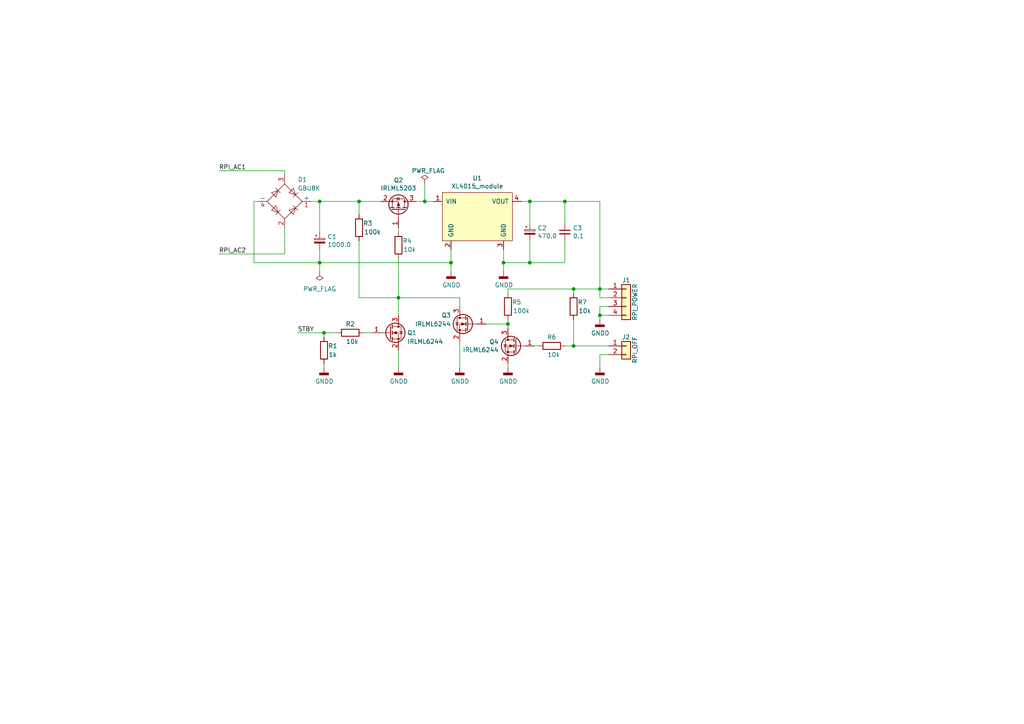
<source format=kicad_sch>
(kicad_sch (version 20230121) (generator eeschema)
  (paper "A4")
  (lib_symbols
    (symbol "Connector_Generic:Conn_01x02" (pin_names (offset 1.016) hide)
      (property "Reference" "J" (at 0 2.54 0))
      (property "Value" "Conn_01x02" (at 0 -5.08 0))
      (symbol "Conn_01x02_1_1"
        (rectangle (start -1.27 -2.413) (end 0 -2.667) (stroke (width 0.1524)))
        (rectangle (start -1.27 0.127) (end 0 -0.127) (stroke (width 0.1524)))
        (rectangle (start -1.27 1.27) (end 1.27 -3.81) (stroke (width 0.254)) (fill (type background)))
        (pin passive line (at -5.08 0 0) (length 3.81) (name "Pin_1") (number "1"))
        (pin passive line (at -5.08 -2.54 0) (length 3.81) (name "Pin_2") (number "2"))
      )
    )
    (symbol "Connector_Generic:Conn_01x04" (pin_names (offset 1.016) hide)
      (property "Reference" "J" (at 0 5.08 0))
      (property "Value" "Conn_01x04" (at 0 -7.62 0))
      (symbol "Conn_01x04_1_1"
        (rectangle (start -1.27 -4.953) (end 0 -5.207) (stroke (width 0.1524)))
        (rectangle (start -1.27 -2.413) (end 0 -2.667) (stroke (width 0.1524)))
        (rectangle (start -1.27 0.127) (end 0 -0.127) (stroke (width 0.1524)))
        (rectangle (start -1.27 2.667) (end 0 2.413) (stroke (width 0.1524)))
        (rectangle (start -1.27 3.81) (end 1.27 -6.35) (stroke (width 0.254)) (fill (type background)))
        (pin passive line (at -5.08 2.54 0) (length 3.81) (name "Pin_1") (number "1"))
        (pin passive line (at -5.08 0 0) (length 3.81) (name "Pin_2") (number "2"))
        (pin passive line (at -5.08 -2.54 0) (length 3.81) (name "Pin_3") (number "3"))
        (pin passive line (at -5.08 -5.08 0) (length 3.81) (name "Pin_4") (number "4"))
      )
    )
    (symbol "Device:C_Polarized_Small" (pin_numbers hide) (pin_names (offset 0.254) hide)
      (property "Reference" "C" (at 0.254 1.778 0))
      (property "Value" "C_Polarized_Small" (at 0.254 -2.032 0))
      (symbol "C_Polarized_Small_0_1"
        (rectangle (start -1.524 -0.3048) (end 1.524 -0.6858) (fill (type outline)))
        (rectangle (start -1.524 0.6858) (end 1.524 0.3048))
        (polyline (pts (xy -1.27 1.524) (xy -0.762 1.524)))
        (polyline (pts (xy -1.016 1.27) (xy -1.016 1.778)))
      )
      (symbol "C_Polarized_Small_1_1"
        (pin passive line (at 0 2.54 270) (length 1.8542) (name "~") (number "1"))
        (pin passive line (at 0 -2.54 90) (length 1.8542) (name "~") (number "2"))
      )
    )
    (symbol "Device:C_Small" (pin_numbers hide) (pin_names (offset 0.254) hide)
      (property "Reference" "C" (at 0.254 1.778 0))
      (property "Value" "C_Small" (at 0.254 -2.032 0))
      (symbol "C_Small_0_1"
        (polyline (pts (xy -1.524 -0.508) (xy 1.524 -0.508)) (stroke (width 0.3302)))
        (polyline (pts (xy -1.524 0.508) (xy 1.524 0.508)) (stroke (width 0.3048)))
      )
      (symbol "C_Small_1_1"
        (pin passive line (at 0 2.54 270) (length 2.032) (name "~") (number "1"))
        (pin passive line (at 0 -2.54 90) (length 2.032) (name "~") (number "2"))
      )
    )
    (symbol "Device:R" (pin_numbers hide) (pin_names (offset 0))
      (property "Reference" "R" (at 2.032 0 90))
      (property "Value" "R" (at 0 0 90))
      (symbol "R_0_1"
        (rectangle (start -1.016 -2.54) (end 1.016 2.54) (stroke (width 0.254)))
      )
      (symbol "R_1_1"
        (pin passive line (at 0 3.81 270) (length 1.27) (name "~") (number "1"))
        (pin passive line (at 0 -3.81 90) (length 1.27) (name "~") (number "2"))
      )
    )
    (symbol "Diode_Bridge:GBU8K" (pin_names (offset 0))
      (property "Reference" "D" (at 2.54 6.985 0))
      (property "Value" "GBU8K" (at 2.54 5.08 0))
      (symbol "GBU8K_0_1"
        (polyline (pts (xy -2.54 3.81) (xy -1.27 2.54)))
        (polyline (pts (xy -1.27 -2.54) (xy -2.54 -3.81)))
        (polyline (pts (xy 2.54 -1.27) (xy 3.81 -2.54)))
        (polyline (pts (xy 2.54 1.27) (xy 3.81 2.54)))
        (polyline (pts (xy -3.81 2.54) (xy -2.54 1.27) (xy -1.905 3.175) (xy -3.81 2.54)))
        (polyline (pts (xy -2.54 -1.27) (xy -3.81 -2.54) (xy -1.905 -3.175) (xy -2.54 -1.27)))
        (polyline (pts (xy 1.27 2.54) (xy 2.54 3.81) (xy 3.175 1.905) (xy 1.27 2.54)))
        (polyline (pts (xy 3.175 -1.905) (xy 1.27 -2.54) (xy 2.54 -3.81) (xy 3.175 -1.905)))
        (polyline (pts (xy -5.08 0) (xy 0 -5.08) (xy 5.08 0) (xy 0 5.08) (xy -5.08 0)))
      )
      (symbol "GBU8K_1_1"
        (pin passive line (at 7.62 0 180) (length 2.54) (name "+") (number "1"))
        (pin passive line (at 0 -7.62 90) (length 2.54) (name "~") (number "2"))
        (pin passive line (at 0 7.62 270) (length 2.54) (name "~") (number "3"))
        (pin passive line (at -7.62 0 0) (length 2.54) (name "-") (number "4"))
      )
    )
    (symbol "Transistor_FET:IRLML0030" (pin_names hide)
      (property "Reference" "Q" (at 5.08 1.905 0))
      (property "Value" "IRLML0030" (at 5.08 0 0))
      (symbol "IRLML0030_0_1"
        (polyline (pts (xy 0.254 0) (xy -2.54 0)))
        (polyline (pts (xy 0.254 1.905) (xy 0.254 -1.905)) (stroke (width 0.254)))
        (polyline (pts (xy 0.762 -1.27) (xy 0.762 -2.286)) (stroke (width 0.254)))
        (polyline (pts (xy 0.762 0.508) (xy 0.762 -0.508)) (stroke (width 0.254)))
        (polyline (pts (xy 0.762 2.286) (xy 0.762 1.27)) (stroke (width 0.254)))
        (polyline (pts (xy 2.54 2.54) (xy 2.54 1.778)))
        (polyline (pts (xy 2.54 -2.54) (xy 2.54 0) (xy 0.762 0)))
        (polyline (pts (xy 0.762 -1.778) (xy 3.302 -1.778) (xy 3.302 1.778) (xy 0.762 1.778)))
        (polyline (pts (xy 1.016 0) (xy 2.032 0.381) (xy 2.032 -0.381) (xy 1.016 0)) (fill (type outline)))
        (polyline (pts (xy 2.794 0.508) (xy 2.921 0.381) (xy 3.683 0.381) (xy 3.81 0.254)))
        (polyline (pts (xy 3.302 0.381) (xy 2.921 -0.254) (xy 3.683 -0.254) (xy 3.302 0.381)))
        (circle (center 1.651 0) (radius 2.794) (stroke (width 0.254)))
        (circle (center 2.54 -1.778) (radius 0.254) (fill (type outline)))
        (circle (center 2.54 1.778) (radius 0.254) (fill (type outline)))
      )
      (symbol "IRLML0030_1_1"
        (pin input line (at -5.08 0 0) (length 2.54) (name "G") (number "1"))
        (pin passive line (at 2.54 -5.08 90) (length 2.54) (name "S") (number "2"))
        (pin passive line (at 2.54 5.08 270) (length 2.54) (name "D") (number "3"))
      )
    )
    (symbol "Transistor_FET:IRLML5203" (pin_names hide)
      (property "Reference" "Q" (at 5.08 1.905 0))
      (property "Value" "IRLML5203" (at 5.08 0 0))
      (symbol "IRLML5203_0_1"
        (polyline (pts (xy 0.254 0) (xy -2.54 0)))
        (polyline (pts (xy 0.254 1.905) (xy 0.254 -1.905)) (stroke (width 0.254)))
        (polyline (pts (xy 0.762 -1.27) (xy 0.762 -2.286)) (stroke (width 0.254)))
        (polyline (pts (xy 0.762 0.508) (xy 0.762 -0.508)) (stroke (width 0.254)))
        (polyline (pts (xy 0.762 2.286) (xy 0.762 1.27)) (stroke (width 0.254)))
        (polyline (pts (xy 2.54 2.54) (xy 2.54 1.778)))
        (polyline (pts (xy 2.54 -2.54) (xy 2.54 0) (xy 0.762 0)))
        (polyline (pts (xy 0.762 1.778) (xy 3.302 1.778) (xy 3.302 -1.778) (xy 0.762 -1.778)))
        (polyline (pts (xy 2.286 0) (xy 1.27 0.381) (xy 1.27 -0.381) (xy 2.286 0)) (fill (type outline)))
        (polyline (pts (xy 2.794 -0.508) (xy 2.921 -0.381) (xy 3.683 -0.381) (xy 3.81 -0.254)))
        (polyline (pts (xy 3.302 -0.381) (xy 2.921 0.254) (xy 3.683 0.254) (xy 3.302 -0.381)))
        (circle (center 1.651 0) (radius 2.794) (stroke (width 0.254)))
        (circle (center 2.54 -1.778) (radius 0.254) (fill (type outline)))
        (circle (center 2.54 1.778) (radius 0.254) (fill (type outline)))
      )
      (symbol "IRLML5203_1_1"
        (pin input line (at -5.08 0 0) (length 2.54) (name "G") (number "1"))
        (pin passive line (at 2.54 -5.08 90) (length 2.54) (name "S") (number "2"))
        (pin passive line (at 2.54 5.08 270) (length 2.54) (name "D") (number "3"))
      )
    )
    (symbol "ampcontrol-f103:XL4015_module" (pin_names (offset 1.016))
      (property "Reference" "U" (at -8.89 10.16 0))
      (property "Value" "XL4015_module" (at 0 1.27 0))
      (symbol "XL4015_module_0_1"
        (rectangle (start -10.16 8.89) (end 10.16 -5.08) (fill (type background)))
      )
      (symbol "XL4015_module_1_1"
        (pin power_in line (at -12.7 6.35 0) (length 2.54) (name "VIN") (number "1"))
        (pin power_in line (at -7.62 -7.62 90) (length 2.54) (name "GND") (number "2"))
        (pin power_in line (at 7.62 -7.62 90) (length 2.54) (name "GND") (number "3"))
        (pin power_out line (at 12.7 6.35 180) (length 2.54) (name "VOUT") (number "4"))
      )
    )
    (symbol "power:GNDD" (power) (pin_names (offset 0))
      (property "Value" "GNDD" (at 0 -3.175 0))
      (symbol "GNDD_0_1"
        (rectangle (start -1.27 -1.524) (end 1.27 -2.032) (stroke (width 0.254)) (fill (type outline)))
        (polyline (pts (xy 0 0) (xy 0 -1.524)))
      )
      (symbol "GNDD_1_1"
        (pin power_in line (at 0 0 270) (length 0) hide (name "GNDD") (number "1"))
      )
    )
    (symbol "power:PWR_FLAG" (power) (pin_numbers hide) (pin_names (offset 0) hide)
      (property "Value" "PWR_FLAG" (at 0 3.81 0))
      (symbol "PWR_FLAG_0_0"
        (pin power_out line (at 0 0 90) (length 0) (name "pwr") (number "1"))
      )
      (symbol "PWR_FLAG_0_1"
        (polyline (pts (xy 0 0) (xy 0 1.27) (xy -1.016 1.905) (xy 0 2.54) (xy 1.016 1.905) (xy 0 1.27)))
      )
    )
  )
  (junction (at 173.99 91.44))
  (junction (at 147.32 93.98))
  (junction (at 93.98 96.52))
  (junction (at 104.14 58.42))
  (junction (at 163.83 58.42))
  (junction (at 153.67 76.2))
  (junction (at 130.81 76.2))
  (junction (at 123.19 58.42))
  (junction (at 166.37 100.33))
  (junction (at 92.71 58.42))
  (junction (at 153.67 58.42))
  (junction (at 92.71 76.2))
  (junction (at 146.05 76.2))
  (junction (at 115.57 86.36))
  (junction (at 166.37 83.82))
  (junction (at 173.99 83.82))
  (wire (pts (xy 147.32 85.09) (xy 147.32 83.82)))
  (wire (pts (xy 176.53 102.87) (xy 173.99 102.87)))
  (wire (pts (xy 176.53 91.44) (xy 173.99 91.44)))
  (wire (pts (xy 140.97 93.98) (xy 147.32 93.98)))
  (wire (pts (xy 147.32 83.82) (xy 166.37 83.82)))
  (wire (pts (xy 120.65 58.42) (xy 123.19 58.42)))
  (wire (pts (xy 130.81 72.39) (xy 130.81 76.2)))
  (wire (pts (xy 92.71 72.39) (xy 92.71 76.2)))
  (wire (pts (xy 146.05 76.2) (xy 146.05 72.39)))
  (wire (pts (xy 163.83 58.42) (xy 173.99 58.42)))
  (wire (pts (xy 173.99 102.87) (xy 173.99 106.68)))
  (wire (pts (xy 123.19 58.42) (xy 125.73 58.42)))
  (wire (pts (xy 173.99 91.44) (xy 173.99 92.71)))
  (wire (pts (xy 104.14 62.23) (xy 104.14 58.42)))
  (wire (pts (xy 173.99 86.36) (xy 173.99 83.82)))
  (wire (pts (xy 93.98 96.52) (xy 97.79 96.52)))
  (wire (pts (xy 166.37 83.82) (xy 173.99 83.82)))
  (wire (pts (xy 115.57 106.68) (xy 115.57 101.6)))
  (wire (pts (xy 73.66 58.42) (xy 74.93 58.42)))
  (wire (pts (xy 133.35 86.36) (xy 133.35 88.9)))
  (wire (pts (xy 93.98 96.52) (xy 86.36 96.52)))
  (wire (pts (xy 146.05 78.74) (xy 146.05 76.2)))
  (wire (pts (xy 93.98 97.79) (xy 93.98 96.52)))
  (wire (pts (xy 104.14 69.85) (xy 104.14 86.36)))
  (wire (pts (xy 90.17 58.42) (xy 92.71 58.42)))
  (wire (pts (xy 176.53 100.33) (xy 166.37 100.33)))
  (wire (pts (xy 153.67 58.42) (xy 153.67 64.77)))
  (wire (pts (xy 92.71 78.74) (xy 92.71 76.2)))
  (wire (pts (xy 133.35 106.68) (xy 133.35 99.06)))
  (wire (pts (xy 133.35 86.36) (xy 115.57 86.36)))
  (wire (pts (xy 123.19 53.34) (xy 123.19 58.42)))
  (wire (pts (xy 104.14 86.36) (xy 115.57 86.36)))
  (wire (pts (xy 92.71 58.42) (xy 92.71 67.31)))
  (wire (pts (xy 115.57 86.36) (xy 115.57 91.44)))
  (wire (pts (xy 92.71 58.42) (xy 104.14 58.42)))
  (wire (pts (xy 105.41 96.52) (xy 107.95 96.52)))
  (wire (pts (xy 130.81 78.74) (xy 130.81 76.2)))
  (wire (pts (xy 73.66 58.42) (xy 73.66 76.2)))
  (wire (pts (xy 151.13 58.42) (xy 153.67 58.42)))
  (wire (pts (xy 115.57 67.31) (xy 115.57 66.04)))
  (wire (pts (xy 115.57 86.36) (xy 115.57 74.93)))
  (wire (pts (xy 176.53 86.36) (xy 173.99 86.36)))
  (wire (pts (xy 82.55 66.04) (xy 82.55 73.66)))
  (wire (pts (xy 173.99 58.42) (xy 173.99 83.82)))
  (wire (pts (xy 154.94 100.33) (xy 156.21 100.33)))
  (wire (pts (xy 153.67 76.2) (xy 163.83 76.2)))
  (wire (pts (xy 166.37 85.09) (xy 166.37 83.82)))
  (wire (pts (xy 110.49 58.42) (xy 104.14 58.42)))
  (wire (pts (xy 166.37 92.71) (xy 166.37 100.33)))
  (wire (pts (xy 73.66 76.2) (xy 92.71 76.2)))
  (wire (pts (xy 163.83 100.33) (xy 166.37 100.33)))
  (wire (pts (xy 173.99 88.9) (xy 173.99 91.44)))
  (wire (pts (xy 93.98 106.68) (xy 93.98 105.41)))
  (wire (pts (xy 147.32 106.68) (xy 147.32 105.41)))
  (wire (pts (xy 163.83 58.42) (xy 163.83 64.77)))
  (wire (pts (xy 176.53 88.9) (xy 173.99 88.9)))
  (wire (pts (xy 147.32 93.98) (xy 147.32 95.25)))
  (wire (pts (xy 163.83 69.85) (xy 163.83 76.2)))
  (wire (pts (xy 82.55 73.66) (xy 63.5 73.66)))
  (wire (pts (xy 92.71 76.2) (xy 130.81 76.2)))
  (wire (pts (xy 146.05 76.2) (xy 153.67 76.2)))
  (wire (pts (xy 82.55 49.53) (xy 63.5 49.53)))
  (wire (pts (xy 153.67 69.85) (xy 153.67 76.2)))
  (wire (pts (xy 176.53 83.82) (xy 173.99 83.82)))
  (wire (pts (xy 82.55 50.8) (xy 82.55 49.53)))
  (wire (pts (xy 147.32 92.71) (xy 147.32 93.98)))
  (wire (pts (xy 153.67 58.42) (xy 163.83 58.42)))
  (label "RPI_AC2" (at 63.5 73.66 0))
  (label "STBY" (at 86.36 96.52 0))
  (label "RPI_AC1" (at 63.5 49.53 0))
  (symbol (lib_id "Connector_Generic:Conn_01x04") (at 181.61 86.36 0) (unit 1)
    (property "Reference" "J1" (at 181.61 81.28 0))
    (property "Value" "RPI_POWER" (at 184.15 87.63 90))
    (property "Footprint" "Connector_JST:JST_EH_B4B-EH-A_1x04_P2.50mm_Vertical" (effects hide))
  )
  (symbol (lib_id "power:GNDD") (at 173.99 92.71 0) (unit 1)
    (property "Reference" "#PWR07" (effects hide))
    (property "Value" "GNDD" (at 174.0916 96.647 0))
  )
  (symbol (lib_id "Diode_Bridge:GBU8K") (at 82.55 58.42 0) (unit 1)
    (property "Reference" "D1" (at 86.36 52.07 0) (effects (justify left)))
    (property "Value" "GBU8K" (at 86.36 54.61 0) (effects (justify left)))
    (property "Footprint" "Diode_THT:Diode_Bridge_Vishay_GBU" (effects hide))
    (property "Datasheet" "http://www.vishay.com/docs/88656/gbu8a.pdf" (effects hide))
  )
  (symbol (lib_id "Device:C_Polarized_Small") (at 92.71 69.85 0) (unit 1)
    (property "Reference" "C1" (at 94.9452 68.6816 0) (effects (justify left)))
    (property "Value" "1000.0" (at 94.9452 70.993 0) (effects (justify left)))
    (property "Footprint" "Capacitor_THT:CP_Radial_D10.0mm_P5.00mm_P7.50mm" (effects hide))
  )
  (symbol (lib_id "Device:C_Polarized_Small") (at 153.67 67.31 0) (unit 1)
    (property "Reference" "C2" (at 155.9052 66.1416 0) (effects (justify left)))
    (property "Value" "470.0" (at 155.9052 68.453 0) (effects (justify left)))
    (property "Footprint" "Capacitor_THT:CP_Radial_D10.0mm_P5.00mm" (effects hide))
  )
  (symbol (lib_id "Device:C_Small") (at 163.83 67.31 0) (unit 1)
    (property "Reference" "C3" (at 166.1668 66.1416 0) (effects (justify left)))
    (property "Value" "0.1" (at 166.1668 68.453 0) (effects (justify left)))
    (property "Footprint" "Capacitor_THT:C_Rect_L7.0mm_W3.5mm_P5.00mm" (effects hide))
  )
  (symbol (lib_id "power:GNDD") (at 130.81 78.74 0) (unit 1)
    (property "Reference" "#PWR03" (effects hide))
    (property "Value" "GNDD" (at 130.9116 82.677 0))
  )
  (symbol (lib_id "power:GNDD") (at 146.05 78.74 0) (unit 1)
    (property "Reference" "#PWR05" (effects hide))
    (property "Value" "GNDD" (at 146.1516 82.677 0))
  )
  (symbol (lib_id "ampcontrol-f103:XL4015_module") (at 138.43 64.77 0) (unit 1)
    (property "Reference" "U1" (at 138.43 51.689 0))
    (property "Value" "XL4015_module" (at 138.43 54.0004 0))
  )
  (symbol (lib_id "Transistor_FET:IRLML5203") (at 115.57 60.96 270) (mirror x) (unit 1)
    (property "Reference" "Q2" (at 115.57 52.2732 90))
    (property "Value" "IRLML5203" (at 115.57 54.5846 90))
    (property "Footprint" "Package_TO_SOT_SMD:SOT-23" (effects hide))
    (property "Datasheet" "https://www.infineon.com/dgdl/irlml5203pbf.pdf?fileId=5546d462533600a40153566868da261d" (effects hide))
  )
  (symbol (lib_id "Connector_Generic:Conn_01x02") (at 181.61 100.33 0) (unit 1)
    (property "Reference" "J2" (at 180.34 97.79 0) (effects (justify left)))
    (property "Value" "RPI_OFF" (at 184.15 105.41 90) (effects (justify left)))
  )
  (symbol (lib_id "Device:R") (at 160.02 100.33 270) (unit 1)
    (property "Reference" "R6" (at 160.02 97.79 90))
    (property "Value" "10k" (at 158.75 102.87 90) (effects (justify left)))
    (property "Footprint" "Resistor_SMD:R_1206_3216Metric_Pad1.30x1.75mm_HandSolder" (effects hide))
  )
  (symbol (lib_id "power:GNDD") (at 173.99 106.68 0) (unit 1)
    (property "Reference" "#PWR08" (effects hide))
    (property "Value" "GNDD" (at 174.0916 110.617 0))
  )
  (symbol (lib_id "Device:R") (at 101.6 96.52 270) (unit 1)
    (property "Reference" "R2" (at 101.6 93.98 90))
    (property "Value" "10k" (at 100.33 99.06 90) (effects (justify left)))
    (property "Footprint" "Resistor_SMD:R_1206_3216Metric_Pad1.30x1.75mm_HandSolder" (effects hide))
  )
  (symbol (lib_id "Device:R") (at 104.14 66.04 180) (unit 1)
    (property "Reference" "R3" (at 106.68 64.77 0))
    (property "Value" "100k" (at 110.49 67.31 0) (effects (justify left)))
    (property "Footprint" "Resistor_SMD:R_1206_3216Metric_Pad1.30x1.75mm_HandSolder" (effects hide))
  )
  (symbol (lib_id "Device:R") (at 115.57 71.12 180) (unit 1)
    (property "Reference" "R4" (at 118.11 69.85 0))
    (property "Value" "10k" (at 120.65 72.39 0) (effects (justify left)))
    (property "Footprint" "Resistor_SMD:R_1206_3216Metric_Pad1.30x1.75mm_HandSolder" (effects hide))
  )
  (symbol (lib_id "Transistor_FET:IRLML0030") (at 113.03 96.52 0) (unit 1)
    (property "Reference" "Q1" (at 118.11 96.52 0) (effects (justify left)))
    (property "Value" "IRLML6244" (at 118.11 99.06 0) (effects (justify left)))
    (property "Footprint" "Package_TO_SOT_SMD:SOT-23" (effects hide))
    (property "Datasheet" "https://www.infineon.com/dgdl/irlml0030pbf.pdf?fileId=5546d462533600a401535664773825df" (effects hide))
  )
  (symbol (lib_id "power:GNDD") (at 115.57 106.68 0) (unit 1)
    (property "Reference" "#PWR02" (effects hide))
    (property "Value" "GNDD" (at 115.6716 110.617 0))
  )
  (symbol (lib_id "Device:R") (at 93.98 101.6 180) (unit 1)
    (property "Reference" "R1" (at 96.52 100.33 0))
    (property "Value" "1k" (at 96.52 102.87 0))
    (property "Footprint" "Resistor_SMD:R_1206_3216Metric_Pad1.30x1.75mm_HandSolder" (effects hide))
  )
  (symbol (lib_id "power:GNDD") (at 93.98 106.68 0) (unit 1)
    (property "Reference" "#PWR01" (effects hide))
    (property "Value" "GNDD" (at 94.0816 110.617 0))
  )
  (symbol (lib_id "Transistor_FET:IRLML0030") (at 135.89 93.98 0) (mirror y) (unit 1)
    (property "Reference" "Q3" (at 130.81 91.44 0) (effects (justify left)))
    (property "Value" "IRLML6244" (at 130.81 93.98 0) (effects (justify left)))
    (property "Footprint" "Package_TO_SOT_SMD:SOT-23" (effects hide))
    (property "Datasheet" "https://www.infineon.com/dgdl/irlml0030pbf.pdf?fileId=5546d462533600a401535664773825df" (effects hide))
  )
  (symbol (lib_id "power:GNDD") (at 133.35 106.68 0) (unit 1)
    (property "Reference" "#PWR04" (effects hide))
    (property "Value" "GNDD" (at 133.4516 110.617 0))
  )
  (symbol (lib_id "Transistor_FET:IRLML0030") (at 149.86 100.33 0) (mirror y) (unit 1)
    (property "Reference" "Q4" (at 144.653 99.1616 0) (effects (justify left)))
    (property "Value" "IRLML6244" (at 144.653 101.473 0) (effects (justify left)))
    (property "Footprint" "Package_TO_SOT_SMD:SOT-23" (effects hide))
    (property "Datasheet" "https://www.infineon.com/dgdl/irlml0030pbf.pdf?fileId=5546d462533600a401535664773825df" (effects hide))
  )
  (symbol (lib_id "power:GNDD") (at 147.32 106.68 0) (unit 1)
    (property "Reference" "#PWR06" (effects hide))
    (property "Value" "GNDD" (at 147.4216 110.617 0))
  )
  (symbol (lib_id "Device:R") (at 147.32 88.9 180) (unit 1)
    (property "Reference" "R5" (at 149.86 87.63 0))
    (property "Value" "100k" (at 153.67 90.17 0) (effects (justify left)))
    (property "Footprint" "Resistor_SMD:R_1206_3216Metric_Pad1.30x1.75mm_HandSolder" (effects hide))
  )
  (symbol (lib_id "Device:R") (at 166.37 88.9 180) (unit 1)
    (property "Reference" "R7" (at 168.91 87.63 0))
    (property "Value" "10k" (at 171.45 90.17 0) (effects (justify left)))
    (property "Footprint" "Resistor_SMD:R_1206_3216Metric_Pad1.30x1.75mm_HandSolder" (effects hide))
  )
  (symbol (lib_id "power:PWR_FLAG") (at 123.19 53.34 0) (unit 1)
    (property "Reference" "#FLG0102" (effects hide))
    (property "Value" "PWR_FLAG" (at 119.38 49.53 0) (effects (justify left)))
  )
  (symbol (lib_id "power:PWR_FLAG") (at 92.71 78.74 180) (unit 1)
    (property "Reference" "#FLG0101" (effects hide))
    (property "Value" "PWR_FLAG" (at 92.71 83.82 0))
  )
)
</source>
